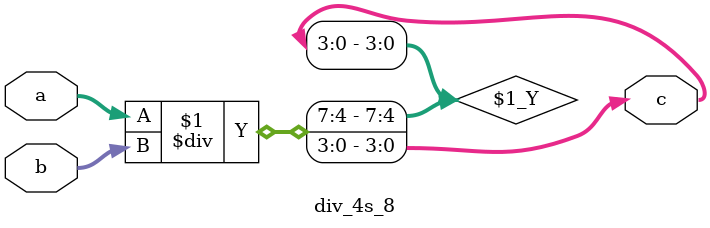
<source format=v>
module div_4s_8(a, b, c);
  input signed [3:0] a;
  input [7:0] b;
  output [3:0] c;

  assign c = a / b;

endmodule

</source>
